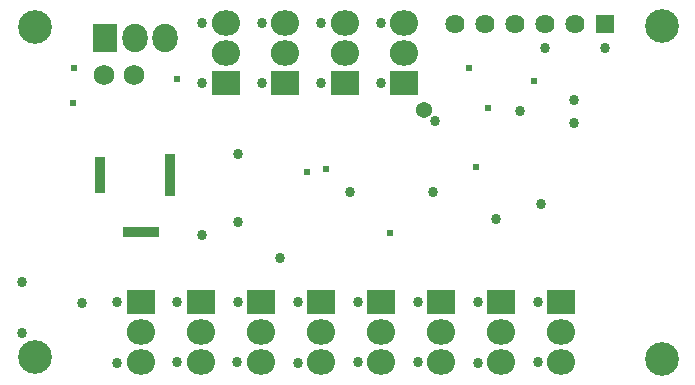
<source format=gbs>
G04 Layer_Color=8150272*
%FSAX24Y24*%
%MOIN*%
G70*
G01*
G75*
%ADD90R,0.0355X0.1221*%
%ADD91R,0.1221X0.0355*%
%ADD92R,0.0355X0.1418*%
%ADD93O,0.0940X0.0840*%
%ADD94R,0.0940X0.0840*%
%ADD95C,0.0640*%
%ADD96R,0.0640X0.0640*%
%ADD97C,0.0690*%
%ADD98O,0.0840X0.0940*%
%ADD99R,0.0840X0.0940*%
%ADD100C,0.1123*%
%ADD101C,0.0240*%
%ADD102C,0.0540*%
%ADD103C,0.0340*%
D90*
X016888Y037570D02*
D03*
D91*
X018266Y035680D02*
D03*
D92*
X019250Y037570D02*
D03*
D93*
X021100Y042650D02*
D03*
Y041650D02*
D03*
X023083Y042650D02*
D03*
Y041650D02*
D03*
X025067Y042650D02*
D03*
Y041650D02*
D03*
X027050Y042650D02*
D03*
Y041650D02*
D03*
X032270Y031350D02*
D03*
Y032350D02*
D03*
X030270Y031350D02*
D03*
Y032350D02*
D03*
X028270Y031350D02*
D03*
Y032350D02*
D03*
X026270Y031350D02*
D03*
Y032350D02*
D03*
X024270Y031350D02*
D03*
Y032350D02*
D03*
X022270Y031350D02*
D03*
Y032350D02*
D03*
X020270Y031350D02*
D03*
Y032350D02*
D03*
X018270Y031350D02*
D03*
Y032350D02*
D03*
D94*
X021100Y040650D02*
D03*
X023083D02*
D03*
X025067D02*
D03*
X027050D02*
D03*
X032270Y033350D02*
D03*
X030270D02*
D03*
X028270D02*
D03*
X026270D02*
D03*
X024270D02*
D03*
X022270D02*
D03*
X020270D02*
D03*
X018270D02*
D03*
D95*
X028750Y042600D02*
D03*
X029750D02*
D03*
X030750D02*
D03*
X031750D02*
D03*
X032750D02*
D03*
D96*
X033750D02*
D03*
D97*
X018040Y040910D02*
D03*
X017040D02*
D03*
D98*
X019060Y042140D02*
D03*
X018060D02*
D03*
D99*
X017060D02*
D03*
D100*
X035640Y042550D02*
D03*
Y031450D02*
D03*
X014730Y031500D02*
D03*
Y042500D02*
D03*
D101*
X016030Y041150D02*
D03*
X024450Y037770D02*
D03*
X023800Y037670D02*
D03*
X019470Y040770D02*
D03*
X016010Y039980D02*
D03*
X026580Y035650D02*
D03*
X031380Y040730D02*
D03*
X029210Y041150D02*
D03*
X029448Y037852D02*
D03*
X029830Y039820D02*
D03*
D102*
X027700Y039760D02*
D03*
D103*
X016304Y033314D02*
D03*
X020310Y035570D02*
D03*
X028008Y037005D02*
D03*
X028060Y039390D02*
D03*
X030910Y039730D02*
D03*
X022290Y042640D02*
D03*
X020310D02*
D03*
X024283Y042660D02*
D03*
X026270D02*
D03*
X026260Y040650D02*
D03*
X024273D02*
D03*
X022290D02*
D03*
X020300D02*
D03*
X032700Y040080D02*
D03*
X031605Y036600D02*
D03*
X014290Y034000D02*
D03*
Y032300D02*
D03*
X030108Y036105D02*
D03*
X031750Y041800D02*
D03*
X021500Y038270D02*
D03*
Y036020D02*
D03*
X025250Y037000D02*
D03*
X017483Y033340D02*
D03*
X019483Y033350D02*
D03*
X021486D02*
D03*
X023489D02*
D03*
X025491D02*
D03*
X027494D02*
D03*
X029497D02*
D03*
X031500D02*
D03*
X021483Y031340D02*
D03*
X019480D02*
D03*
X017480Y031330D02*
D03*
X027493Y031340D02*
D03*
X025490D02*
D03*
X023490Y031330D02*
D03*
X031490Y031340D02*
D03*
X029490Y031330D02*
D03*
X022899Y034820D02*
D03*
X033750Y041800D02*
D03*
X032710Y039320D02*
D03*
M02*

</source>
